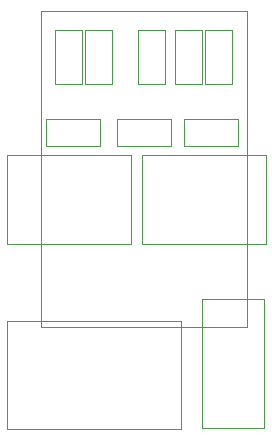
<source format=gbr>
G04 DesignSpark PCB Gerber Version 9.0 Build 5138 *
%FSLAX35Y35*%
%MOIN*%
%ADD25C,0.00197*%
%ADD24C,0.00394*%
X0Y0D02*
D02*
D24*
X2072Y37742D02*
X60128D01*
Y1671*
X2072*
Y37742*
X81852Y140876D02*
X13348D01*
Y35757*
X81852*
Y140876*
D02*
D25*
X1931Y92864D02*
Y63336D01*
X43269*
Y92864*
X1931*
X15143Y105128D02*
X33057D01*
Y96072*
X15143*
Y105128*
X18072Y134557D02*
Y116643D01*
X27128*
Y134557*
X18072*
X28072D02*
Y116643D01*
X37128*
Y134557*
X28072*
X45572D02*
Y116643D01*
X54628*
Y134557*
X45572*
X46931Y92864D02*
Y63336D01*
X88269*
Y92864*
X46931*
X56557Y105128D02*
X38643D01*
Y96072*
X56557*
Y105128*
X58072Y134557D02*
Y116643D01*
X67128*
Y134557*
X58072*
X67116Y2124D02*
Y45076D01*
X87588*
Y2124*
X67116*
X68072Y134557D02*
Y116643D01*
X77128*
Y134557*
X68072*
X79057Y96072D02*
X61143D01*
Y105128*
X79057*
Y96072*
X0Y0D02*
M02*

</source>
